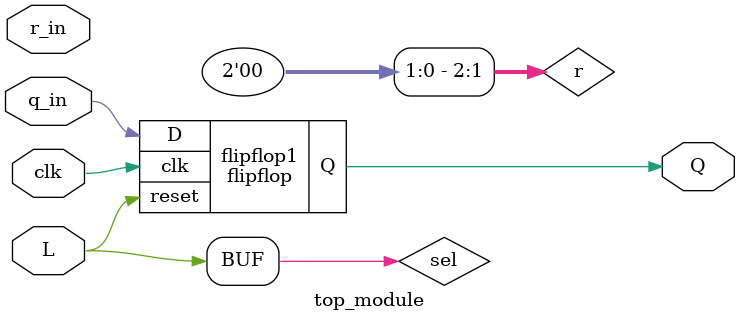
<source format=sv>
module flipflop (
    input clk,
    input D,
    input reset,
    output reg Q
    );

    always @(posedge clk or posedge reset) begin
        if (reset) begin
            Q <= 1'b0;
        end else begin
            Q <= D;
        end
    end

endmodule
module mux (
    input I0,
    input I1,
    input S,
    output reg Y
    );

    always @ (I0, I1, S) begin
        if (S) begin
            Y <= I1;
        end else begin
            Y <= I0;
        end
    end

endmodule
module top_module(
    input clk,
    input L,
    input q_in,
    input r_in,
    output reg Q
    );

    reg [2:0] r;
    reg [2:0] q;
    wire sel;

    assign sel = L;

    always @(posedge clk) begin
        if (L) begin
            q <= r;
        end else begin
            q <= {q[1] ^ q[2], q[0], q[2]};
        end
    end

    flipflop flipflop1 (
        .clk(clk),
        .D(q_in),
        .reset(sel),
        .Q(Q)
        );

    mux mux1 (
        .I0(r_in),
        .I1(Q),
        .S(L),
        .Y(r)
        );

endmodule

</source>
